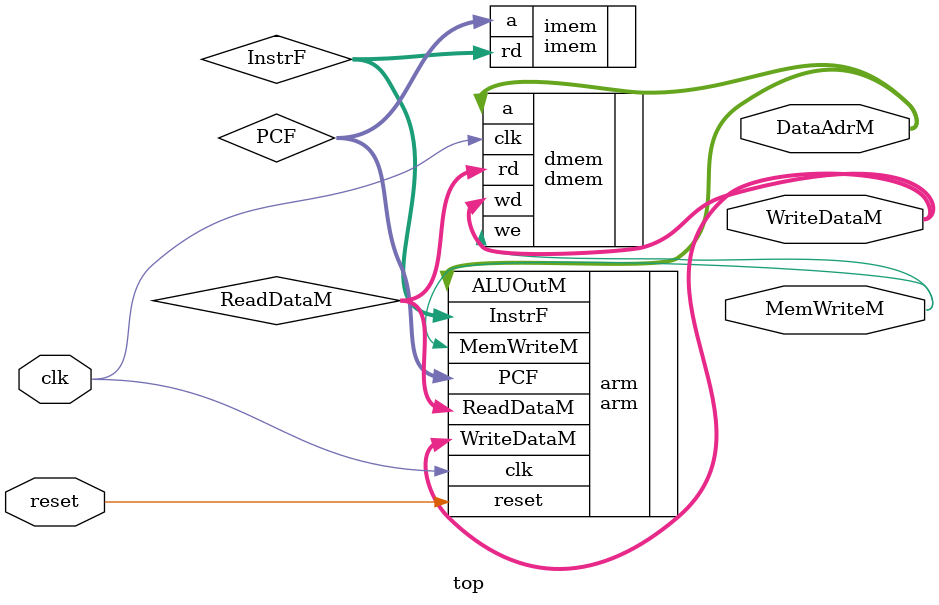
<source format=v>
module top (
	clk,
	reset,
	WriteDataM,
	DataAdrM,
	MemWriteM
);
	input wire clk;
	input wire reset;
	output wire [31:0] WriteDataM;
	output wire [31:0] DataAdrM;
	output wire MemWriteM;
	wire [31:0] PCF;
	wire [31:0] ReadDataM;
	wire [31:0] InstrF;
	arm arm(
		.clk(clk),
		.reset(reset),
		.InstrF(InstrF),
		.PCF(PCF),
		.ReadDataM(ReadDataM),
		.MemWriteM(MemWriteM),
		.ALUOutM(DataAdrM),
		.WriteDataM(WriteDataM)
	);
	imem imem(
		.a(PCF),
		.rd(InstrF)
	);
	dmem dmem(
		.clk(clk),
		.we(MemWriteM),
		.a(DataAdrM),
		.wd(WriteDataM),
		.rd(ReadDataM)
	);
endmodule
</source>
